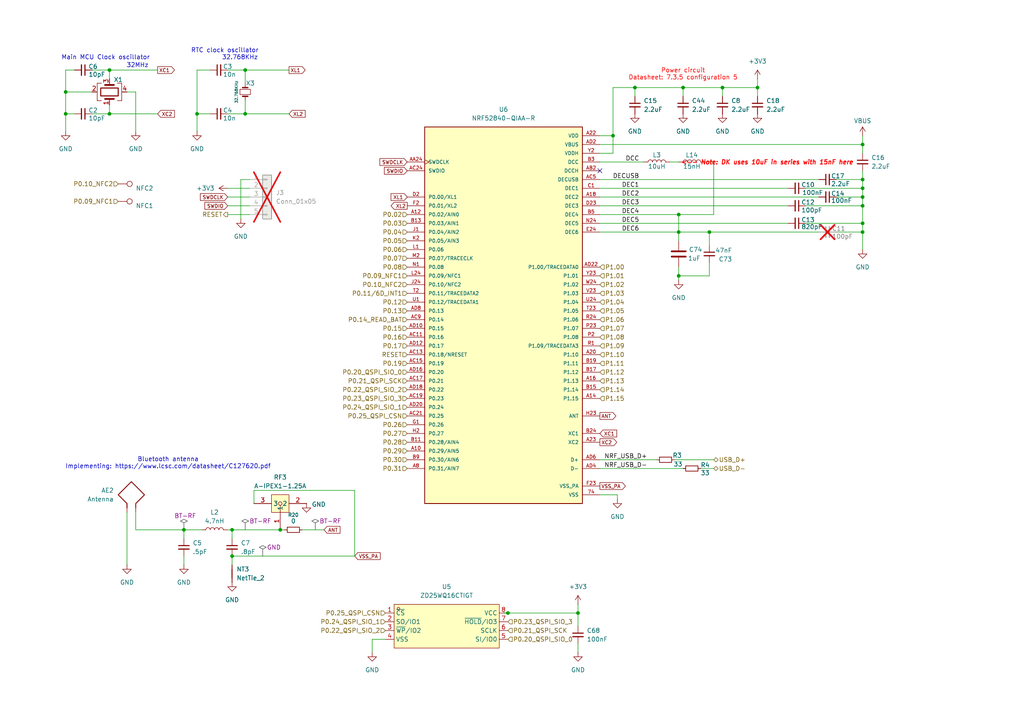
<source format=kicad_sch>
(kicad_sch (version 20250114) (generator "eeschema") (generator_version "9.0")
  (paper "A4")
  (title_block (title "Bornhack 2026") (rev "0.1") (company "Badge.Team"))
  (lib_symbols
    (symbol "Connector:TestPoint" (pin_numbers (hide yes)) (pin_names (offset 0.762) (hide yes))
      (property "Reference" "TP" (at 0 6.858 0))
      (property "Value" "TestPoint" (at 0 5.08 0))
      (symbol "TestPoint_0_1"
        (circle (center 0 3.302) (radius 0.762))
      )
      (symbol "TestPoint_1_1"
        (pin passive line (at 0 0 90) (length 2.54) (name "1") (number "1"))
      )
    )
    (symbol "Connector_Generic:Conn_01x05" (pin_names (offset 1.016) (hide yes))
      (property "Reference" "J" (at 0 7.62 0))
      (property "Value" "Conn_01x05" (at 0 -7.62 0))
      (symbol "Conn_01x05_1_1"
        (rectangle (start -1.27 6.35) (end 1.27 -6.35) (stroke (width 0.254)) (fill (type background)))
        (rectangle (start -1.27 5.207) (end 0 4.953) (stroke (width 0.1524)))
        (rectangle (start -1.27 2.667) (end 0 2.413) (stroke (width 0.1524)))
        (rectangle (start -1.27 0.127) (end 0 -0.127) (stroke (width 0.1524)))
        (rectangle (start -1.27 -2.413) (end 0 -2.667) (stroke (width 0.1524)))
        (rectangle (start -1.27 -4.953) (end 0 -5.207) (stroke (width 0.1524)))
        (pin passive line (at -5.08 5.08 0) (length 3.81) (name "Pin_1") (number "1"))
        (pin passive line (at -5.08 2.54 0) (length 3.81) (name "Pin_2") (number "2"))
        (pin passive line (at -5.08 0 0) (length 3.81) (name "Pin_3") (number "3"))
        (pin passive line (at -5.08 -2.54 0) (length 3.81) (name "Pin_4") (number "4"))
        (pin passive line (at -5.08 -5.08 0) (length 3.81) (name "Pin_5") (number "5"))
      )
    )
    (symbol "Device:Antenna_Loop" (pin_numbers (hide yes)) (pin_names (offset 1.016) (hide yes))
      (property "Reference" "AE" (at 1.27 6.35 0))
      (property "Value" "Antenna_Loop" (at 1.27 5.08 0))
      (symbol "Antenna_Loop_0_1"
        (polyline (pts (xy 2.54 -3.81) (xy 2.54 -2.54) (xy 5.08 0) (xy 1.27 3.81) (xy -2.54 0) (xy 0 -2.54) (xy 0 -3.81)) (stroke (width 0.254)))
      )
      (symbol "Antenna_Loop_1_1"
        (pin input line (at 0 -5.08 90) (length 2.54) (name "~") (number "1"))
        (pin input line (at 2.54 -5.08 90) (length 2.54) (name "~") (number "2"))
      )
    )
    (symbol "Device:C_Small" (pin_numbers (hide yes)) (pin_names (offset 0.254) (hide yes))
      (property "Reference" "C" (at 0.254 1.778 0))
      (property "Value" "C_Small" (at 0.254 -2.032 0))
      (symbol "C_Small_0_1"
        (polyline (pts (xy -1.524 0.508) (xy 1.524 0.508)) (stroke (width 0.3048)))
        (polyline (pts (xy -1.524 -0.508) (xy 1.524 -0.508)) (stroke (width 0.3302)))
      )
      (symbol "C_Small_1_1"
        (pin passive line (at 0 2.54 270) (length 2.032) (name "~") (number "1"))
        (pin passive line (at 0 -2.54 90) (length 2.032) (name "~") (number "2"))
      )
    )
    (symbol "Device:Crystal_GND24" (pin_names (offset 1.016) (hide yes))
      (property "Reference" "Y" (at 3.175 5.08 0))
      (property "Value" "Crystal_GND24" (at 3.175 3.175 0))
      (symbol "Crystal_GND24_0_1"
        (polyline (pts (xy -2.54 2.286) (xy -2.54 3.556) (xy 2.54 3.556) (xy 2.54 2.286)))
        (polyline (pts (xy -2.54 0) (xy -2.032 0)))
        (polyline (pts (xy -2.54 -2.286) (xy -2.54 -3.556) (xy 2.54 -3.556) (xy 2.54 -2.286)))
        (polyline (pts (xy -2.032 -1.27) (xy -2.032 1.27)) (stroke (width 0.508)))
        (rectangle (start -1.143 2.54) (end 1.143 -2.54) (stroke (width 0.3048)))
        (polyline (pts (xy 0 3.556) (xy 0 3.81)))
        (polyline (pts (xy 0 -3.81) (xy 0 -3.556)))
        (polyline (pts (xy 2.032 0) (xy 2.54 0)))
        (polyline (pts (xy 2.032 -1.27) (xy 2.032 1.27)) (stroke (width 0.508)))
      )
      (symbol "Crystal_GND24_1_1"
        (pin passive line (at -3.81 0 0) (length 1.27) (name "1") (number "1"))
        (pin passive line (at 0 5.08 270) (length 1.27) (name "2") (number "2"))
        (pin passive line (at 0 -5.08 90) (length 1.27) (name "4") (number "4"))
        (pin passive line (at 3.81 0 180) (length 1.27) (name "3") (number "3"))
      )
    )
    (symbol "Device:L" (pin_numbers (hide yes)) (pin_names (offset 1.016) (hide yes))
      (property "Reference" "L" (at -1.27 0 90))
      (property "Value" "L" (at 1.905 0 90))
      (symbol "L_0_1"
        (arc (start 0 2.54) (mid 0.6323 1.905) (end 0 1.27))
        (arc (start 0 1.27) (mid 0.6323 0.635) (end 0 0))
        (arc (start 0 0) (mid 0.6323 -0.635) (end 0 -1.27))
        (arc (start 0 -1.27) (mid 0.6323 -1.905) (end 0 -2.54))
      )
      (symbol "L_1_1"
        (pin passive line (at 0 3.81 270) (length 1.27) (name "1") (number "1"))
        (pin passive line (at 0 -3.81 90) (length 1.27) (name "2") (number "2"))
      )
    )
    (symbol "Device:NetTie_2" (pin_numbers (hide yes)) (pin_names (offset 0) (hide yes)) (in_bom no)
      (property "Reference" "NT" (at 0 1.27 0))
      (property "Value" "NetTie_2" (at 0 -1.27 0))
      (symbol "NetTie_2_0_1"
        (polyline (pts (xy -1.27 0) (xy 1.27 0)) (stroke (width 0.254)))
      )
      (symbol "NetTie_2_1_1"
        (pin passive line (at -2.54 0 0) (length 2.54) (name "1") (number "1"))
        (pin passive line (at 2.54 0 180) (length 2.54) (name "2") (number "2"))
      )
    )
    (symbol "Device:R_Small" (pin_numbers (hide yes)) (pin_names (offset 0.254) (hide yes))
      (property "Reference" "R" (at 0 0 90))
      (property "Value" "R_Small" (at 1.778 0 90))
      (symbol "R_Small_0_1"
        (rectangle (start -0.762 1.778) (end 0.762 -1.778) (stroke (width 0.2032)))
      )
      (symbol "R_Small_1_1"
        (pin passive line (at 0 2.54 270) (length 0.762) (name "~") (number "1"))
        (pin passive line (at 0 -2.54 90) (length 0.762) (name "~") (number "2"))
      )
    )
    (symbol "NRF52840-QIAA-R:NRF52840-QIAA-R" (pin_names (offset 1.016))
      (property "Reference" "U" (at -22.86 53.34 0))
      (property "Value" "NRF52840-QIAA-R" (at -22.86 -58.42 0))
      (symbol "NRF52840-QIAA-R_0_0"
        (rectangle (start -22.86 -55.88) (end 22.86 53.34) (stroke (width 0.254)) (fill (type background)))
        (pin input clock (at -27.94 43.18 0) (length 5.08) (name "SWDCLK") (number "AA24"))
        (pin bidirectional line (at -27.94 40.64 0) (length 5.08) (name "SWDIO") (number "AC24"))
        (pin bidirectional line (at -27.94 33.02 0) (length 5.08) (name "P0.00/XL1") (number "D2"))
        (pin bidirectional line (at -27.94 30.48 0) (length 5.08) (name "P0.01/XL2") (number "F2"))
        (pin bidirectional line (at -27.94 27.94 0) (length 5.08) (name "P0.02/AIN0") (number "A12"))
        (pin bidirectional line (at -27.94 25.4 0) (length 5.08) (name "P0.03/AIN1") (number "B13"))
        (pin bidirectional line (at -27.94 22.86 0) (length 5.08) (name "P0.04/AIN2") (number "J1"))
        (pin bidirectional line (at -27.94 20.32 0) (length 5.08) (name "P0.05/AIN3") (number "K2"))
        (pin bidirectional line (at -27.94 17.78 0) (length 5.08) (name "P0.06") (number "L1"))
        (pin bidirectional line (at -27.94 15.24 0) (length 5.08) (name "P0.07/TRACECLK") (number "M2"))
        (pin bidirectional line (at -27.94 12.7 0) (length 5.08) (name "P0.08") (number "N1"))
        (pin bidirectional line (at -27.94 10.16 0) (length 5.08) (name "P0.09/NFC1") (number "L24"))
        (pin bidirectional line (at -27.94 7.62 0) (length 5.08) (name "P0.10/NFC2") (number "J24"))
        (pin bidirectional line (at -27.94 5.08 0) (length 5.08) (name "P0.11/TRACEDATA2") (number "T2"))
        (pin bidirectional line (at -27.94 2.54 0) (length 5.08) (name "P0.12/TRACEDATA1") (number "U1"))
        (pin bidirectional line (at -27.94 0 0) (length 5.08) (name "P0.13") (number "AD8"))
        (pin bidirectional line (at -27.94 -2.54 0) (length 5.08) (name "P0.14") (number "AC9"))
        (pin bidirectional line (at -27.94 -5.08 0) (length 5.08) (name "P0.15") (number "AD10"))
        (pin bidirectional line (at -27.94 -7.62 0) (length 5.08) (name "P0.16") (number "AC11"))
        (pin bidirectional line (at -27.94 -10.16 0) (length 5.08) (name "P0.17") (number "AD12"))
        (pin bidirectional line (at -27.94 -12.7 0) (length 5.08) (name "P0.18/NRESET") (number "AC13"))
        (pin bidirectional line (at -27.94 -15.24 0) (length 5.08) (name "P0.19") (number "AC15"))
        (pin bidirectional line (at -27.94 -17.78 0) (length 5.08) (name "P0.20") (number "AD16"))
        (pin bidirectional line (at -27.94 -20.32 0) (length 5.08) (name "P0.21") (number "AC17"))
        (pin bidirectional line (at -27.94 -22.86 0) (length 5.08) (name "P0.22") (number "AD18"))
        (pin bidirectional line (at -27.94 -25.4 0) (length 5.08) (name "P0.23") (number "AC19"))
        (pin bidirectional line (at -27.94 -27.94 0) (length 5.08) (name "P0.24") (number "AD20"))
        (pin bidirectional line (at -27.94 -30.48 0) (length 5.08) (name "P0.25") (number "AC21"))
        (pin bidirectional line (at -27.94 -33.02 0) (length 5.08) (name "P0.26") (number "G1"))
        (pin bidirectional line (at -27.94 -35.56 0) (length 5.08) (name "P0.27") (number "H2"))
        (pin bidirectional line (at -27.94 -38.1 0) (length 5.08) (name "P0.28/AIN4") (number "B11"))
        (pin bidirectional line (at -27.94 -40.64 0) (length 5.08) (name "P0.29/AIN5") (number "A10"))
        (pin bidirectional line (at -27.94 -43.18 0) (length 5.08) (name "P0.30/AIN6") (number "B9"))
        (pin bidirectional line (at -27.94 -45.72 0) (length 5.08) (name "P0.31/AIN7") (number "A8"))
        (pin power_in line (at 27.94 50.8 180) (length 5.08) (name "VDD") (number "A22"))
        (pin power_in line (at 27.94 50.8 180) (length 5.08) (hide yes) (name "VDD") (number "AD14"))
        (pin power_in line (at 27.94 50.8 180) (length 5.08) (hide yes) (name "VDD") (number "AD23"))
        (pin power_in line (at 27.94 50.8 180) (length 5.08) (hide yes) (name "VDD") (number "B1"))
        (pin power_in line (at 27.94 50.8 180) (length 5.08) (hide yes) (name "VDD") (number "W1"))
        (pin power_in line (at 27.94 48.26 180) (length 5.08) (name "VBUS") (number "AD2"))
        (pin power_in line (at 27.94 45.72 180) (length 5.08) (name "VDDH") (number "Y2"))
        (pin power_in line (at 27.94 43.18 180) (length 5.08) (name "DCC") (number "B3"))
        (pin power_in line (at 27.94 40.64 180) (length 5.08) (name "DCCH") (number "AB2"))
        (pin power_in line (at 27.94 38.1 180) (length 5.08) (name "DECUSB") (number "AC5"))
        (pin power_in line (at 27.94 35.56 180) (length 5.08) (name "DEC1") (number "C1"))
        (pin power_in line (at 27.94 33.02 180) (length 5.08) (name "DEC2") (number "A18"))
        (pin power_in line (at 27.94 30.48 180) (length 5.08) (name "DEC3") (number "D23"))
        (pin power_in line (at 27.94 27.94 180) (length 5.08) (name "DEC4") (number "B5"))
        (pin power_in line (at 27.94 25.4 180) (length 5.08) (name "DEC5") (number "N24"))
        (pin power_in line (at 27.94 22.86 180) (length 5.08) (name "DEC6") (number "E24"))
        (pin bidirectional line (at 27.94 12.7 180) (length 5.08) (name "P1.00/TRACEDATA0") (number "AD22"))
        (pin bidirectional line (at 27.94 10.16 180) (length 5.08) (name "P1.01") (number "Y23"))
        (pin bidirectional line (at 27.94 7.62 180) (length 5.08) (name "P1.02") (number "W24"))
        (pin bidirectional line (at 27.94 5.08 180) (length 5.08) (name "P1.03") (number "V23"))
        (pin bidirectional line (at 27.94 2.54 180) (length 5.08) (name "P1.04") (number "U24"))
        (pin bidirectional line (at 27.94 0 180) (length 5.08) (name "P1.05") (number "T23"))
        (pin bidirectional line (at 27.94 -2.54 180) (length 5.08) (name "P1.06") (number "R24"))
        (pin bidirectional line (at 27.94 -5.08 180) (length 5.08) (name "P1.07") (number "P23"))
        (pin bidirectional line (at 27.94 -7.62 180) (length 5.08) (name "P1.08") (number "P2"))
        (pin bidirectional line (at 27.94 -10.16 180) (length 5.08) (name "P1.09/TRACEDATA3") (number "R1"))
        (pin bidirectional line (at 27.94 -12.7 180) (length 5.08) (name "P1.10") (number "A20"))
        (pin bidirectional line (at 27.94 -15.24 180) (length 5.08) (name "P1.11") (number "B19"))
        (pin bidirectional line (at 27.94 -17.78 180) (length 5.08) (name "P1.12") (number "B17"))
        (pin bidirectional line (at 27.94 -20.32 180) (length 5.08) (name "P1.13") (number "A16"))
        (pin bidirectional line (at 27.94 -22.86 180) (length 5.08) (name "P1.14") (number "B15"))
        (pin bidirectional line (at 27.94 -25.4 180) (length 5.08) (name "P1.15") (number "A14"))
        (pin passive line (at 27.94 -30.48 180) (length 5.08) (name "ANT") (number "H23"))
        (pin input line (at 27.94 -35.56 180) (length 5.08) (name "XC1") (number "B24"))
        (pin input line (at 27.94 -38.1 180) (length 5.08) (name "XC2") (number "A23"))
        (pin bidirectional line (at 27.94 -43.18 180) (length 5.08) (name "D+") (number "AD6"))
        (pin bidirectional line (at 27.94 -45.72 180) (length 5.08) (name "D-") (number "AD4"))
        (pin power_in line (at 27.94 -50.8 180) (length 5.08) (name "VSS_PA") (number "F23"))
        (pin power_in line (at 27.94 -53.34 180) (length 5.08) (name "VSS") (number "74"))
        (pin power_in line (at 27.94 -53.34 180) (length 5.08) (hide yes) (name "VSS") (number "B7"))
      )
    )
    (symbol "lcsc:A-IPEX1-1.25A"
      (property "Reference" "RF" (at 0 10.16 0))
      (property "Value" "A-IPEX1-1.25A" (at 0 -7.62 0))
      (symbol "A-IPEX1-1.25A_0_1"
        (rectangle (start -2.54 0) (end 2.54 -5.08) (fill (type background)))
        (polyline (pts (xy 0 -2.03) (xy 0 0)))
        (circle (center 0 -2.54) (radius 0.51))
        (pin unspecified line (at -7.62 -2.54 0) (length 5.08) (name "2") (number "2"))
        (pin unspecified line (at 0 5.08 270) (length 5.08) (name "1") (number "1"))
        (pin unspecified line (at 7.62 -2.54 180) (length 5.08) (name "3") (number "3"))
      )
    )
    (symbol "lcsc:ZD25WQ16CTIGT"
      (property "Reference" "U" (at 0 8.89 0))
      (property "Value" "ZD25WQ16CTIGT" (at 0 -8.89 0))
      (symbol "ZD25WQ16CTIGT_0_1"
        (rectangle (start -15.24 6.35) (end 15.24 -6.35) (fill (type background)))
        (circle (center -13.97 5.08) (radius 0.38))
        (pin unspecified line (at -17.78 3.81 0) (length 2.54) (name "~{CS}") (number "1"))
        (pin unspecified line (at -17.78 1.27 0) (length 2.54) (name "SO/IO1") (number "2"))
        (pin unspecified line (at -17.78 -1.27 0) (length 2.54) (name "~{WP}/IO2") (number "3"))
        (pin unspecified line (at -17.78 -3.81 0) (length 2.54) (name "VSS") (number "4"))
        (pin unspecified line (at 17.78 3.81 180) (length 2.54) (name "VCC") (number "8"))
        (pin unspecified line (at 17.78 1.27 180) (length 2.54) (name "~{HOLD}/IO3") (number "7"))
        (pin unspecified line (at 17.78 -1.27 180) (length 2.54) (name "SCLK") (number "6"))
        (pin unspecified line (at 17.78 -3.81 180) (length 2.54) (name "SI/IO0") (number "5"))
      )
    )
    (symbol "power:+3V3" (power) (pin_numbers (hide yes)) (pin_names (offset 0) (hide yes))
      (property "Value" "+3V3" (at 0 3.556 0))
      (symbol "+3V3_0_1"
        (polyline (pts (xy -0.762 1.27) (xy 0 2.54)))
        (polyline (pts (xy 0 2.54) (xy 0.762 1.27)))
        (polyline (pts (xy 0 0) (xy 0 2.54)))
      )
      (symbol "+3V3_1_1"
        (pin power_in line (at 0 0 90) (length 0) (name "~") (number "1"))
      )
    )
    (symbol "power:GND" (power) (pin_numbers (hide yes)) (pin_names (offset 0) (hide yes))
      (property "Value" "GND" (at 0 -3.81 0))
      (symbol "GND_0_1"
        (polyline (pts (xy 0 0) (xy 0 -1.27) (xy 1.27 -1.27) (xy 0 -2.54) (xy -1.27 -1.27) (xy 0 -1.27)))
      )
      (symbol "GND_1_1"
        (pin power_in line (at 0 0 270) (length 0) (name "~") (number "1"))
      )
    )
    (symbol "power:VBUS" (power) (pin_numbers (hide yes)) (pin_names (offset 0) (hide yes))
      (property "Value" "VBUS" (at 0 3.556 0))
      (symbol "VBUS_0_1"
        (polyline (pts (xy -0.762 1.27) (xy 0 2.54)))
        (polyline (pts (xy 0 2.54) (xy 0.762 1.27)))
        (polyline (pts (xy 0 0) (xy 0 2.54)))
      )
      (symbol "VBUS_1_1"
        (pin power_in line (at 0 0 90) (length 0) (name "~") (number "1"))
      )
    )
    (symbol "symbols:C" (pin_numbers (hide yes)) (pin_names (offset 0.254))
      (property "Reference" "C" (at 0.635 2.54 0))
      (property "Value" "C" (at 0.635 -2.54 0))
      (symbol "C_0_1"
        (polyline (pts (xy -2.032 0.762) (xy 2.032 0.762)) (stroke (width 0.508)))
        (polyline (pts (xy -2.032 -0.762) (xy 2.032 -0.762)) (stroke (width 0.508)))
      )
      (symbol "C_1_1"
        (pin passive line (at 0 3.81 270) (length 2.794) (name "~") (number "1"))
        (pin passive line (at 0 -3.81 90) (length 2.794) (name "~") (number "2"))
      )
    )
    (symbol "symbols:Crystal_Small" (pin_numbers (hide yes)) (pin_names (offset 1.016) (hide yes))
      (property "Reference" "Y" (at 0 2.54 0))
      (property "Value" "Crystal_Small" (at 0 -2.54 0))
      (symbol "Crystal_Small_0_1"
        (polyline (pts (xy -1.27 -0.762) (xy -1.27 0.762)) (stroke (width 0.381)))
        (rectangle (start -0.762 -1.524) (end 0.762 1.524))
        (polyline (pts (xy 1.27 -0.762) (xy 1.27 0.762)) (stroke (width 0.381)))
      )
      (symbol "Crystal_Small_1_1"
        (pin passive line (at -2.54 0 0) (length 1.27) (name "1") (number "1"))
        (pin passive line (at 2.54 0 180) (length 1.27) (name "2") (number "2"))
      )
    )
  )
  (text "32MHz" (at 39.878 19.05 0) (effects (font (size 1.27 1.27))))
  (text "RTC clock oscillator" (at 55.372 14.732 0) (effects (font (size 1.27 1.27)) (justify left)))
  (text "32.768KHz" (at 69.596 16.764 0) (effects (font (size 1.27 1.27))))
  (text "Bluetooth antenna\nImplementing: https://www.lcsc.com/datasheet/C127620.pdf" (at 48.768 134.366 0) (effects (font (size 1.27 1.27))))
  (text "<-- Note: DK uses 10uF in series with 15nF here" (at 222.504 47.244 0) (effects (font (size 1.27 1.27) (thickness 0.254) (bold yes) (italic yes))))
  (text "Main MCU Clock oscillator" (at 17.78 16.764 0) (effects (font (size 1.27 1.27)) (justify left)))
  (text "Power circuit\nDatasheet: 7.3.5 configuration 5" (at 198.12 21.59 0) (effects (font (size 1.27 1.27) (thickness 0.1588))))
  (junction (at 31.75 20.32))
  (junction (at 205.74 67.31))
  (junction (at 53.34 153.67))
  (junction (at 81.28 153.67))
  (junction (at 196.85 80.01))
  (junction (at 177.8 39.37))
  (junction (at 147.32 177.8))
  (junction (at 184.15 25.4))
  (junction (at 71.12 20.32))
  (junction (at 67.31 153.67))
  (junction (at 19.05 33.02))
  (junction (at 250.19 64.77))
  (junction (at 71.12 33.02))
  (junction (at 167.64 177.8))
  (junction (at 196.85 67.31))
  (junction (at 198.12 25.4))
  (junction (at 209.55 25.4))
  (junction (at 219.71 25.4))
  (junction (at 250.19 57.15))
  (junction (at 250.19 41.91))
  (junction (at 57.15 33.02))
  (junction (at 250.19 52.07))
  (junction (at 250.19 67.31))
  (junction (at 19.05 26.67))
  (junction (at 31.75 33.02))
  (junction (at 250.19 59.69))
  (junction (at 196.85 62.23))
  (junction (at 250.19 54.61))
  (junction (at 67.31 161.29))
  (no_connect (at 173.99 49.53))
  (wire (pts (xy 66.04 57.15) (xy 72.39 57.15)))
  (wire (pts (xy 57.15 20.32) (xy 60.96 20.32)))
  (wire (pts (xy 173.99 46.99) (xy 186.69 46.99)))
  (wire (pts (xy 250.19 64.77) (xy 250.19 67.31)))
  (wire (pts (xy 219.71 25.4) (xy 209.55 25.4)))
  (wire (pts (xy 173.99 133.35) (xy 190.5 133.35)))
  (wire (pts (xy 250.19 44.45) (xy 250.19 41.91)))
  (wire (pts (xy 71.12 20.32) (xy 71.12 24.13)))
  (wire (pts (xy 173.99 57.15) (xy 237.49 57.15)))
  (wire (pts (xy 205.74 76.2) (xy 205.74 80.01)))
  (wire (pts (xy 250.19 67.31) (xy 250.19 72.39)))
  (wire (pts (xy 81.28 153.67) (xy 82.55 153.67)))
  (wire (pts (xy 53.34 161.29) (xy 53.34 163.83)))
  (wire (pts (xy 167.64 186.69) (xy 167.64 189.23)))
  (wire (pts (xy 73.66 142.24) (xy 73.66 146.05)))
  (wire (pts (xy 173.99 143.51) (xy 179.07 143.51)))
  (wire (pts (xy 250.19 57.15) (xy 250.19 59.69)))
  (wire (pts (xy 71.12 33.02) (xy 83.82 33.02)))
  (wire (pts (xy 167.64 175.26) (xy 167.64 177.8)))
  (wire (pts (xy 250.19 59.69) (xy 250.19 64.77)))
  (wire (pts (xy 219.71 22.86) (xy 219.71 25.4)))
  (wire (pts (xy 66.04 153.67) (xy 67.31 153.67)))
  (wire (pts (xy 250.19 49.53) (xy 250.19 52.07)))
  (wire (pts (xy 196.85 81.28) (xy 196.85 80.01)))
  (wire (pts (xy 173.99 39.37) (xy 177.8 39.37)))
  (wire (pts (xy 21.59 20.32) (xy 19.05 20.32)))
  (wire (pts (xy 19.05 33.02) (xy 19.05 38.1)))
  (wire (pts (xy 205.74 67.31) (xy 237.49 67.31)))
  (wire (pts (xy 204.47 46.99) (xy 207.01 46.99)))
  (wire (pts (xy 177.8 39.37) (xy 177.8 44.45)))
  (wire (pts (xy 102.87 142.24) (xy 102.87 161.29)))
  (wire (pts (xy 19.05 33.02) (xy 21.59 33.02)))
  (wire (pts (xy 36.83 26.67) (xy 39.37 26.67)))
  (wire (pts (xy 57.15 33.02) (xy 60.96 33.02)))
  (wire (pts (xy 196.85 69.85) (xy 196.85 67.31)))
  (wire (pts (xy 19.05 26.67) (xy 19.05 33.02)))
  (wire (pts (xy 67.31 161.29) (xy 67.31 163.83)))
  (wire (pts (xy 242.57 52.07) (xy 250.19 52.07)))
  (wire (pts (xy 179.07 143.51) (xy 179.07 144.78)))
  (wire (pts (xy 36.83 148.59) (xy 36.83 163.83)))
  (wire (pts (xy 66.04 33.02) (xy 71.12 33.02)))
  (wire (pts (xy 26.67 26.67) (xy 19.05 26.67)))
  (wire (pts (xy 57.15 33.02) (xy 57.15 38.1)))
  (wire (pts (xy 173.99 67.31) (xy 196.85 67.31)))
  (wire (pts (xy 173.99 44.45) (xy 177.8 44.45)))
  (wire (pts (xy 198.12 25.4) (xy 184.15 25.4)))
  (wire (pts (xy 219.71 27.94) (xy 219.71 25.4)))
  (wire (pts (xy 69.85 52.07) (xy 69.85 63.5)))
  (wire (pts (xy 209.55 27.94) (xy 209.55 25.4)))
  (wire (pts (xy 250.19 54.61) (xy 250.19 57.15)))
  (wire (pts (xy 71.12 29.21) (xy 71.12 33.02)))
  (wire (pts (xy 242.57 57.15) (xy 250.19 57.15)))
  (wire (pts (xy 107.95 185.42) (xy 107.95 189.23)))
  (wire (pts (xy 31.75 20.32) (xy 45.72 20.32)))
  (wire (pts (xy 173.99 135.89) (xy 198.12 135.89)))
  (wire (pts (xy 31.75 22.86) (xy 31.75 20.32)))
  (wire (pts (xy 67.31 153.67) (xy 67.31 156.21)))
  (wire (pts (xy 184.15 27.94) (xy 184.15 25.4)))
  (wire (pts (xy 196.85 80.01) (xy 205.74 80.01)))
  (wire (pts (xy 233.68 59.69) (xy 250.19 59.69)))
  (wire (pts (xy 233.68 64.77) (xy 250.19 64.77)))
  (wire (pts (xy 53.34 153.67) (xy 53.34 156.21)))
  (wire (pts (xy 39.37 26.67) (xy 39.37 38.1)))
  (wire (pts (xy 173.99 54.61) (xy 228.6 54.61)))
  (wire (pts (xy 73.66 142.24) (xy 102.87 142.24)))
  (wire (pts (xy 71.12 20.32) (xy 83.82 20.32)))
  (wire (pts (xy 205.74 67.31) (xy 205.74 71.12)))
  (wire (pts (xy 66.04 54.61) (xy 72.39 54.61)))
  (wire (pts (xy 173.99 62.23) (xy 196.85 62.23)))
  (wire (pts (xy 194.31 46.99) (xy 196.85 46.99)))
  (wire (pts (xy 147.32 177.8) (xy 167.64 177.8)))
  (wire (pts (xy 87.63 153.67) (xy 93.98 153.67)))
  (wire (pts (xy 107.95 185.42) (xy 111.76 185.42)))
  (wire (pts (xy 173.99 52.07) (xy 237.49 52.07)))
  (wire (pts (xy 69.85 52.07) (xy 72.39 52.07)))
  (wire (pts (xy 39.37 153.67) (xy 53.34 153.67)))
  (wire (pts (xy 209.55 25.4) (xy 198.12 25.4)))
  (wire (pts (xy 19.05 20.32) (xy 19.05 26.67)))
  (wire (pts (xy 195.58 133.35) (xy 207.01 133.35)))
  (wire (pts (xy 203.2 135.89) (xy 207.01 135.89)))
  (wire (pts (xy 173.99 41.91) (xy 250.19 41.91)))
  (wire (pts (xy 66.04 59.69) (xy 72.39 59.69)))
  (wire (pts (xy 146.05 177.8) (xy 147.32 177.8)))
  (wire (pts (xy 39.37 148.59) (xy 39.37 153.67)))
  (wire (pts (xy 31.75 33.02) (xy 45.72 33.02)))
  (wire (pts (xy 242.57 67.31) (xy 250.19 67.31)))
  (wire (pts (xy 66.04 20.32) (xy 71.12 20.32)))
  (wire (pts (xy 196.85 67.31) (xy 205.74 67.31)))
  (wire (pts (xy 57.15 20.32) (xy 57.15 33.02)))
  (wire (pts (xy 66.04 62.23) (xy 72.39 62.23)))
  (wire (pts (xy 31.75 30.48) (xy 31.75 33.02)))
  (wire (pts (xy 196.85 62.23) (xy 196.85 67.31)))
  (wire (pts (xy 250.19 52.07) (xy 250.19 54.61)))
  (wire (pts (xy 67.31 153.67) (xy 81.28 153.67)))
  (wire (pts (xy 177.8 25.4) (xy 177.8 39.37)))
  (wire (pts (xy 196.85 80.01) (xy 196.85 77.47)))
  (wire (pts (xy 26.67 20.32) (xy 31.75 20.32)))
  (wire (pts (xy 26.67 33.02) (xy 31.75 33.02)))
  (wire (pts (xy 67.31 161.29) (xy 102.87 161.29)))
  (wire (pts (xy 207.01 46.99) (xy 207.01 62.23)))
  (wire (pts (xy 198.12 27.94) (xy 198.12 25.4)))
  (wire (pts (xy 173.99 64.77) (xy 228.6 64.77)))
  (wire (pts (xy 53.34 153.67) (xy 58.42 153.67)))
  (wire (pts (xy 167.64 177.8) (xy 167.64 181.61)))
  (wire (pts (xy 233.68 54.61) (xy 250.19 54.61)))
  (wire (pts (xy 250.19 39.37) (xy 250.19 41.91)))
  (wire (pts (xy 173.99 59.69) (xy 228.6 59.69)))
  (wire (pts (xy 207.01 62.23) (xy 196.85 62.23)))
  (wire (pts (xy 177.8 25.4) (xy 184.15 25.4)))
  (label "DEC5" (at 185.42 64.77 180))
  (label "DEC4" (at 185.42 62.23 180))
  (label "NRF_USB_D+" (at 175.26 133.35 0))
  (label "NRF_USB_D-" (at 175.26 135.89 0))
  (label "DCC" (at 185.42 46.99 180))
  (label "DEC3" (at 185.42 59.69 180))
  (label "DEC1" (at 185.42 54.61 180))
  (label "DEC2" (at 185.42 57.15 180))
  (label "DECUSB" (at 185.42 52.07 180))
  (label "DEC6" (at 185.42 67.31 180))
  (global_label "XL1" (shape output) (at 83.82 20.32 0) (effects (font (size 1.016 1.016))) (property "Intersheetrefs" "${INTERSHEET_REFS}" (effects (hide yes))))
  (global_label "ANT" (shape output) (at 173.99 120.65 0) (effects (font (size 1.016 1.016))) (property "Intersheetrefs" "${INTERSHEET_REFS}" (effects (hide yes))))
  (global_label "SWDIO" (shape input) (at 118.11 49.53 180) (effects (font (size 1.016 1.016))) (property "Intersheetrefs" "${INTERSHEET_REFS}" (effects (hide yes))))
  (global_label "XL2" (shape output) (at 118.11 59.69 180) (effects (font (size 1.016 1.016))) (property "Intersheetrefs" "${INTERSHEET_REFS}" (effects (hide yes))))
  (global_label "XL2" (shape input) (at 83.82 33.02 0) (effects (font (size 1.016 1.016))) (property "Intersheetrefs" "${INTERSHEET_REFS}" (effects (hide yes))))
  (global_label "XC2" (shape input) (at 45.72 33.02 0) (effects (font (size 1.016 1.016))) (property "Intersheetrefs" "${INTERSHEET_REFS}" (effects (hide yes))))
  (global_label "ANT" (shape input) (at 93.98 153.67 0) (effects (font (size 1.016 1.016))) (property "Intersheetrefs" "${INTERSHEET_REFS}" (effects (hide yes))))
  (global_label "XC2" (shape output) (at 173.99 128.27 0) (effects (font (size 1.016 1.016))) (property "Intersheetrefs" "${INTERSHEET_REFS}" (effects (hide yes))))
  (global_label "VSS_PA" (shape input) (at 102.87 161.29 0) (effects (font (size 1.016 1.016))) (property "Intersheetrefs" "${INTERSHEET_REFS}" (effects (hide yes))))
  (global_label "SWDCLK" (shape input) (at 118.11 46.99 180) (effects (font (size 1.016 1.016))) (property "Intersheetrefs" "${INTERSHEET_REFS}" (effects (hide yes))))
  (global_label "SWDCLK" (shape input) (at 66.04 57.15 180) (effects (font (size 1.016 1.016))) (property "Intersheetrefs" "${INTERSHEET_REFS}" (effects (hide yes))))
  (global_label "XL1" (shape input) (at 118.11 57.15 180) (effects (font (size 1.016 1.016))) (property "Intersheetrefs" "${INTERSHEET_REFS}" (effects (hide yes))))
  (global_label "XC1" (shape input) (at 173.99 125.73 0) (effects (font (size 1.016 1.016))) (property "Intersheetrefs" "${INTERSHEET_REFS}" (effects (hide yes))))
  (global_label "SWDIO" (shape input) (at 66.04 59.69 180) (effects (font (size 1.016 1.016))) (property "Intersheetrefs" "${INTERSHEET_REFS}" (effects (hide yes))))
  (global_label "XC1" (shape output) (at 45.72 20.32 0) (effects (font (size 1.016 1.016))) (property "Intersheetrefs" "${INTERSHEET_REFS}" (effects (hide yes))))
  (global_label "VSS_PA" (shape output) (at 173.99 140.97 0) (effects (font (size 1.016 1.016))) (property "Intersheetrefs" "${INTERSHEET_REFS}" (effects (hide yes))))
  (hierarchical_label "P1.08" (shape input) (at 173.99 97.79 0))
  (hierarchical_label "P1.00" (shape input) (at 173.99 77.47 0))
  (hierarchical_label "P0.10_NFC2" (shape input) (at 118.11 82.55 180))
  (hierarchical_label "USB_D+" (shape bidirectional) (at 207.01 133.35 0))
  (hierarchical_label "P0.07" (shape input) (at 118.11 74.93 180))
  (hierarchical_label "USB_D-" (shape bidirectional) (at 207.01 135.89 0))
  (hierarchical_label "P0.17" (shape input) (at 118.11 100.33 180))
  (hierarchical_label "P0.15" (shape input) (at 118.11 95.25 180))
  (hierarchical_label "P0.16" (shape input) (at 118.11 97.79 180))
  (hierarchical_label "P0.13" (shape input) (at 118.11 90.17 180))
  (hierarchical_label "P0.14_READ_BAT" (shape input) (at 118.11 92.71 180))
  (hierarchical_label "RESET" (shape output) (at 66.04 62.23 180))
  (hierarchical_label "P1.12" (shape input) (at 173.99 107.95 0))
  (hierarchical_label "P1.07" (shape input) (at 173.99 95.25 0))
  (hierarchical_label "P0.23_QSPI_SIO_3" (shape input) (at 118.11 115.57 180))
  (hierarchical_label "P0.26" (shape input) (at 118.11 123.19 180))
  (hierarchical_label "P1.03" (shape input) (at 173.99 85.09 0))
  (hierarchical_label "P0.21_QSPI_SCK" (shape input) (at 118.11 110.49 180))
  (hierarchical_label "P1.13" (shape input) (at 173.99 110.49 0))
  (hierarchical_label "P0.22_QSPI_SIO_2" (shape input) (at 118.11 113.03 180))
  (hierarchical_label "P0.20_QSPI_SIO_0" (shape input) (at 147.32 185.42 0))
  (hierarchical_label "P0.30" (shape input) (at 118.11 133.35 180))
  (hierarchical_label "P1.06" (shape input) (at 173.99 92.71 0))
  (hierarchical_label "P0.23_QSPI_SIO_3" (shape input) (at 147.32 180.34 0))
  (hierarchical_label "P1.14" (shape input) (at 173.99 113.03 0))
  (hierarchical_label "P1.04" (shape input) (at 173.99 87.63 0))
  (hierarchical_label "P1.15" (shape input) (at 173.99 115.57 0))
  (hierarchical_label "P0.06" (shape input) (at 118.11 72.39 180))
  (hierarchical_label "P1.09" (shape input) (at 173.99 100.33 0))
  (hierarchical_label "P1.02" (shape input) (at 173.99 82.55 0))
  (hierarchical_label "P0.19" (shape input) (at 118.11 105.41 180))
  (hierarchical_label "P0.12" (shape input) (at 118.11 87.63 180))
  (hierarchical_label "P0.04" (shape input) (at 118.11 67.31 180))
  (hierarchical_label "P0.03" (shape input) (at 118.11 64.77 180))
  (hierarchical_label "RESET" (shape input) (at 118.11 102.87 180))
  (hierarchical_label "P0.02" (shape input) (at 118.11 62.23 180))
  (hierarchical_label "P0.25_QSPI_CSN" (shape input) (at 118.11 120.65 180))
  (hierarchical_label "P0.11{slash}6D_INT1" (shape input) (at 118.11 85.09 180))
  (hierarchical_label "P0.31" (shape input) (at 118.11 135.89 180))
  (hierarchical_label "P0.08" (shape input) (at 118.11 77.47 180))
  (hierarchical_label "P0.05" (shape input) (at 118.11 69.85 180))
  (hierarchical_label "P0.29" (shape input) (at 118.11 130.81 180))
  (hierarchical_label "P0.25_QSPI_CSN" (shape input) (at 111.76 177.8 180))
  (hierarchical_label "P0.10_NFC2" (shape input) (at 34.29 53.34 180))
  (hierarchical_label "P1.01" (shape input) (at 173.99 80.01 0))
  (hierarchical_label "P0.24_QSPI_SIO_1" (shape input) (at 111.76 180.34 180))
  (hierarchical_label "P1.10" (shape input) (at 173.99 102.87 0))
  (hierarchical_label "P0.09_NFC1" (shape input) (at 118.11 80.01 180))
  (hierarchical_label "P0.28" (shape input) (at 118.11 128.27 180))
  (hierarchical_label "P0.27" (shape input) (at 118.11 125.73 180))
  (hierarchical_label "P0.20_QSPI_SIO_0" (shape input) (at 118.11 107.95 180))
  (hierarchical_label "P1.05" (shape input) (at 173.99 90.17 0))
  (hierarchical_label "P0.21_QSPI_SCK" (shape input) (at 147.32 182.88 0))
  (hierarchical_label "P0.24_QSPI_SIO_1" (shape input) (at 118.11 118.11 180))
  (hierarchical_label "P1.11" (shape input) (at 173.99 105.41 0))
  (hierarchical_label "P0.09_NFC1" (shape input) (at 34.29 58.42 180))
  (hierarchical_label "P0.22_QSPI_SIO_2" (shape input) (at 111.76 182.88 180))
  (netclass_flag "" (length 2.54) (shape diamond) (at 71.12 153.67 0) (property "Netclass" "BT-RF" (at 72.3265 151.13 0) (effects (justify left))))
  (netclass_flag "" (length 2.54) (shape diamond) (at 76.2 161.29 0) (property "Netclass" "GND" (at 77.4065 158.75 0) (effects (justify left))))
  (netclass_flag "" (length 2.54) (shape diamond) (at 91.44 153.67 0) (property "Netclass" "BT-RF" (at 92.6465 151.13 0) (effects (justify left))))
  (netclass_flag "" (length 2.54) (shape diamond) (at 53.34 153.67 0) (property "Netclass" "BT-RF" (at 50.546 149.606 0) (effects (justify left))))
  (symbol (lib_id "power:GND") (at 107.95 189.23 0) (unit 1)
    (property "Reference" "#PWR070" (effects (hide yes)))
    (property "Value" "GND" (at 107.95 194.31 0))
    (property "Description" "Power symbol creates a global label with name \"GND\" , ground" (effects (hide yes)))
  )
  (symbol (lib_id "Device:C_Small") (at 63.5 20.32 90) (unit 1)
    (property "Reference" "C3" (at 66.04 19.304 90))
    (property "Value" "10n" (at 66.548 21.59 90))
    (property "Footprint" "Capacitor_SMD:C_0402_1005Metric" (effects (hide yes)))
    (property "Datasheet" "https://jlcpcb.com/partdetail/1876-0402B103K500NT/C1524" (effects (hide yes)))
    (property "Description" "Unpolarized capacitor, small symbol" (effects (hide yes)))
    (property "LCSC" "C1524" (effects (hide yes)))
  )
  (symbol (lib_id "Device:R_Small") (at 193.04 133.35 90) (unit 1)
    (property "Reference" "R3" (at 195.072 132.08 90) (effects (justify right)))
    (property "Value" "33" (at 195.326 134.62 90) (effects (justify right)))
    (property "Footprint" "Resistor_SMD:R_0402_1005Metric" (effects (hide yes)))
    (property "Datasheet" "https://jlcpcb.com/partdetail/25848-0402WGF330JTCE/C25105" (effects (hide yes)))
    (property "Description" "Resistor, small symbol" (effects (hide yes)))
    (property "LCSC" "C25105" (effects (hide yes)))
  )
  (symbol (lib_id "Device:L") (at 190.5 46.99 270) (mirror x) (unit 1)
    (property "Reference" "L3" (at 190.5 44.958 90))
    (property "Value" "10uH" (at 190.5 48.26 90))
    (property "Footprint" "Inductor_SMD:L_0603_1608Metric" (effects (hide yes)))
    (property "Datasheet" "https://jlcpcb.com/partdetail/TDK-MLZ1608N100LT000/C194437" (effects (hide yes)))
    (property "Description" "Inductor" (effects (hide yes)))
    (property "LCSC" "C194437" (effects (hide yes)))
  )
  (symbol (lib_id "power:+3V3") (at 167.64 175.26 0) (unit 1)
    (property "Reference" "#PWR069" (effects (hide yes)))
    (property "Value" "+3V3" (at 167.64 170.18 0))
    (property "Description" "Power symbol creates a global label with name \"+3V3\"" (effects (hide yes)))
  )
  (symbol (lib_id "Device:C_Small") (at 231.14 59.69 270) (mirror x) (unit 1)
    (property "Reference" "C12" (at 232.41 58.674 90) (effects (justify left)))
    (property "Value" "100pF" (at 232.41 60.96 90) (effects (justify left)))
    (property "Footprint" "Capacitor_SMD:C_0402_1005Metric" (effects (hide yes)))
    (property "Datasheet" "https://jlcpcb.com/partdetail/1898-0402CG101J500NT/C1546" (effects (hide yes)))
    (property "Description" "Unpolarized capacitor, small symbol" (effects (hide yes)))
    (property "LCSC" "C1546" (effects (hide yes)))
  )
  (symbol (lib_id "Device:C_Small") (at 240.03 67.31 270) (mirror x) (unit 1) (in_bom no) (dnp yes)
    (property "Reference" "C11" (at 241.3 66.294 90) (effects (justify left)))
    (property "Value" "100pF" (at 241.3 68.58 90) (effects (justify left)))
    (property "Footprint" "Capacitor_SMD:C_0402_1005Metric" (effects (hide yes)))
    (property "Datasheet" "https://jlcpcb.com/partdetail/1898-0402CG101J500NT/C1546" (effects (hide yes)))
    (property "Description" "Unpolarized capacitor, small symbol" (effects (hide yes)))
    (property "LCSC" "C1546" (effects (hide yes)))
  )
  (symbol (lib_id "power:GND") (at 196.85 81.28 0) (mirror y) (unit 1)
    (property "Reference" "#PWR020" (effects (hide yes)))
    (property "Value" "GND" (at 196.85 86.36 0))
    (property "Description" "Power symbol creates a global label with name \"GND\" , ground" (effects (hide yes)))
  )
  (symbol (lib_id "symbols:C") (at 196.85 73.66 180) (unit 1)
    (property "Reference" "C74" (at 203.708 72.39 0) (effects (justify left)))
    (property "Value" "1uF" (at 203.2 74.93 0) (effects (justify left)))
    (property "Footprint" "Capacitor_SMD:C_0603_1608Metric" (effects (hide yes)))
    (property "Datasheet" "https://jlcpcb.com/partdetail/5885909-CL10B105KB8NQNC/C5199872" (effects (hide yes)))
    (property "LCSC" "C5199872" (effects (hide yes)))
  )
  (symbol (lib_id "power:GND") (at 39.37 38.1 0) (unit 1)
    (property "Reference" "#PWR013" (effects (hide yes)))
    (property "Value" "GND" (at 39.37 43.18 0))
    (property "Description" "Power symbol creates a global label with name \"GND\" , ground" (effects (hide yes)))
  )
  (symbol (lib_id "power:GND") (at 88.9 146.05 0) (unit 1)
    (property "Reference" "#PWR015" (effects (hide yes)))
    (property "Value" "GND" (at 92.456 146.304 0))
    (property "Description" "Power symbol creates a global label with name \"GND\" , ground" (effects (hide yes)))
  )
  (symbol (lib_id "Device:L") (at 200.66 46.99 270) (mirror x) (unit 1)
    (property "Reference" "L14" (at 200.66 44.958 90))
    (property "Value" "15nH" (at 200.66 48.26 90))
    (property "Footprint" "Inductor_SMD:L_0402_1005Metric" (effects (hide yes)))
    (property "Datasheet" "https://jlcpcb.com/partdetail/Sunlord-SDCL1005C15NJTDF/C27143" (effects (hide yes)))
    (property "Description" "Inductor" (effects (hide yes)))
    (property "LCSC" "C27143" (effects (hide yes)))
  )
  (symbol (lib_id "Device:C_Small") (at 240.03 57.15 270) (unit 1)
    (property "Reference" "C14" (at 241.046 56.134 90) (effects (justify left)))
    (property "Value" "100nF" (at 241.046 58.166 90) (effects (justify left)))
    (property "Footprint" "Capacitor_SMD:C_0402_1005Metric" (effects (hide yes)))
    (property "Datasheet" "https://jlcpcb.com/partdetail/1877-CL05B104KO5NNNC/C1525" (effects (hide yes)))
    (property "Description" "Unpolarized capacitor, small symbol" (effects (hide yes)))
    (property "LCSC" "C1525" (effects (hide yes)))
  )
  (symbol (lib_id "Device:C_Small") (at 240.03 52.07 90) (unit 1)
    (property "Reference" "C17" (at 241.046 51.054 90) (effects (justify right)))
    (property "Value" "2.2uF" (at 241.046 53.34 90) (effects (justify right)))
    (property "Footprint" "Capacitor_SMD:C_0402_1005Metric" (effects (hide yes)))
    (property "Datasheet" "https://jlcpcb.com/partdetail/13164-CL05A225MQ5NSNC/C12530" (effects (hide yes)))
    (property "Description" "Unpolarized capacitor, small symbol" (effects (hide yes)))
    (property "LCSC" "C12530" (effects (hide yes)))
  )
  (symbol (lib_id "power:GND") (at 250.19 72.39 0) (unit 1)
    (property "Reference" "#PWR031" (effects (hide yes)))
    (property "Value" "GND" (at 250.19 77.47 0))
    (property "Description" "Power symbol creates a global label with name \"GND\" , ground" (effects (hide yes)))
  )
  (symbol (lib_id "Device:C_Small") (at 184.15 30.48 0) (unit 1)
    (property "Reference" "C15" (at 186.69 29.2162 0) (effects (justify left)))
    (property "Value" "2.2uF" (at 186.69 31.7562 0) (effects (justify left)))
    (property "Footprint" "Capacitor_SMD:C_0402_1005Metric" (effects (hide yes)))
    (property "Datasheet" "https://jlcpcb.com/partdetail/13164-CL05A225MQ5NSNC/C12530" (effects (hide yes)))
    (property "Description" "Unpolarized capacitor, small symbol" (effects (hide yes)))
    (property "LCSC" "C12530" (effects (hide yes)))
  )
  (symbol (lib_id "Connector_Generic:Conn_01x05") (at 77.47 57.15 0) (unit 1) (dnp yes)
    (property "Reference" "J3" (at 80.01 55.8799 0) (effects (justify left)))
    (property "Value" "Conn_01x05" (at 80.01 58.4199 0) (effects (justify left)))
    (property "Footprint" "Connector_PinHeader_2.54mm:PinHeader_1x05_P2.54mm_Vertical" (effects (hide yes)))
    (property "Description" "Generic connector, single row, 01x05, script generated (kicad-library-utils/schlib/autogen/connector/)" (effects (hide yes)))
    (property "pin1" "GND" (effects (hide yes)))
    (property "pin2" "3V3" (effects (hide yes)))
    (property "pin3" "SWDCLK" (effects (hide yes)))
    (property "pin4" "SWDIO" (effects (hide yes)))
    (property "pin5" "RSTN" (effects (hide yes)))
  )
  (symbol (lib_id "NRF52840-QIAA-R:NRF52840-QIAA-R") (at 146.05 90.17 0) (unit 1)
    (property "Reference" "U6" (at 146.05 31.75 0))
    (property "Value" "NRF52840-QIAA-R" (at 146.05 34.29 0))
    (property "Footprint" "lcsc:XCVR_NRF52840-QIAA-R" (effects (hide yes)))
    (property "Datasheet" "https://jlcpcb.com/partdetail/NordicSemicon-NRF52840_QIAAR/C190794" (effects (hide yes)))
    (property "Description" "-95dBm 1.7V~5.5V 2.4GHz 2.4GHz~2.4835GHz 2Mbps 4.82mA 6.26mA 8dBm SPI ZigBee transceiver AQFN-73-EP(7x7) RF Transceiver ICs ROHS" (effects (hide yes)))
    (property "MF" "Nordic" (effects (hide yes)))
    (property "MAXIMUM_PACKAGE_HEIGHT" "0.85 mm" (effects (hide yes)))
    (property "Package" "VFQFN-73 Nordic" (effects (hide yes)))
    (property "MP" "NRF52840-QIAA-R" (effects (hide yes)))
    (property "MANUFACTURER" "Nordic" (effects (hide yes)))
    (property "LCSC" "C190794" (effects (hide yes)))
  )
  (symbol (lib_id "power:GND") (at 19.05 38.1 0) (unit 1)
    (property "Reference" "#PWR011" (effects (hide yes)))
    (property "Value" "GND" (at 19.05 43.18 0))
    (property "Description" "Power symbol creates a global label with name \"GND\" , ground" (effects (hide yes)))
  )
  (symbol (lib_id "Device:Crystal_GND24") (at 31.75 26.67 90) (unit 1)
    (property "Reference" "X1" (at 34.29 23.114 90))
    (property "Value" "S201632M10PF10PPM" (effects (hide yes)))
    (property "Footprint" "lcsc:CRYSTAL-SMD_4P-L2.0-W1.6-BL" (effects (hide yes)))
    (property "Datasheet" "https://jlcpcb.com/partdetail/SST-S201632M10PF10PPM/C7420782" (effects (hide yes)))
    (property "Description" "Four pin crystal, GND on pins 2 and 4" (effects (hide yes)))
    (property "LCSC Part" "C7420782" (effects (hide yes)))
    (property "LCSC" "C7420782" (effects (hide yes)))
  )
  (symbol (lib_id "power:+3V3") (at 219.71 22.86 0) (unit 1)
    (property "Reference" "#PWR027" (effects (hide yes)))
    (property "Value" "+3V3" (at 219.71 17.78 0))
    (property "Description" "Power symbol creates a global label with name \"+3V3\"" (effects (hide yes)))
  )
  (symbol (lib_id "lcsc:A-IPEX1-1.25A") (at 81.28 148.59 180) (unit 1)
    (property "Reference" "RF3" (at 81.28 138.43 0))
    (property "Value" "A-IPEX1-1.25A" (at 81.28 140.97 0))
    (property "Footprint" "lcsc:IPEX-SMD_3P-L2.6-W2.6-LS3.0_RF1200001R" (effects (hide yes)))
    (property "Datasheet" "https://jlcpcb.com/partdetail/MyAntenna-A_IPEX1_125A/C22467595" (effects (hide yes)))
    (property "Description" "1 1.25mm 2mm 50Ω 6GHz Board Side IPEX Male Pin SMD Coaxial Connectors (RF) ROHS" (effects (hide yes)))
    (property "LCSC Part" "C22467595" (effects (hide yes)))
    (property "LCSC" "C22467595" (effects (hide yes)))
  )
  (symbol (lib_id "lcsc:ZD25WQ16CTIGT") (at 129.54 181.61 0) (unit 1)
    (property "Reference" "U5" (at 129.54 170.18 0))
    (property "Value" "ZD25WQ16CTIGT" (at 129.54 172.72 0))
    (property "Footprint" "lcsc:SOIC-8_L4.9-W3.9-P1.27-LS6.0-BL" (effects (hide yes)))
    (property "Datasheet" "https://jlcpcb.com/partdetail/Zetta-ZD25WQ16CTIGT/C5353550" (effects (hide yes)))
    (property "LCSC Part" "C5353550" (effects (hide yes)))
    (property "LCSC" "C5353550" (effects (hide yes)))
  )
  (symbol (lib_id "Device:C_Small") (at 67.31 158.75 0) (unit 1)
    (property "Reference" "C7" (at 69.85 157.4862 0) (effects (justify left)))
    (property "Value" ".8pF" (at 69.85 160.0262 0) (effects (justify left)))
    (property "Footprint" "Capacitor_SMD:C_0402_1005Metric" (effects (hide yes)))
    (property "Datasheet" "https://jlcpcb.com/partdetail/270493-0402CG0R8B500NT/C285068" (effects (hide yes)))
    (property "Description" "Unpolarized capacitor, small symbol" (effects (hide yes)))
    (property "LCSC" "C285068" (effects (hide yes)))
  )
  (symbol (lib_id "Device:C_Small") (at 63.5 33.02 90) (unit 1)
    (property "Reference" "C4" (at 66.04 32.004 90))
    (property "Value" "10n" (at 66.548 34.29 90))
    (property "Footprint" "Capacitor_SMD:C_0402_1005Metric" (effects (hide yes)))
    (property "Datasheet" "https://jlcpcb.com/partdetail/1876-0402B103K500NT/C1524" (effects (hide yes)))
    (property "Description" "Unpolarized capacitor, small symbol" (effects (hide yes)))
    (property "LCSC" "C1524" (effects (hide yes)))
  )
  (symbol (lib_id "power:GND") (at 67.31 168.91 0) (unit 1)
    (property "Reference" "#PWR014" (effects (hide yes)))
    (property "Value" "GND" (at 67.31 173.99 0))
    (property "Description" "Power symbol creates a global label with name \"GND\" , ground" (effects (hide yes)))
  )
  (symbol (lib_id "Connector:TestPoint") (at 34.29 53.34 270) (unit 1) (in_bom no)
    (property "Reference" "TP5" (effects (hide yes)))
    (property "Value" "NFC2" (at 39.37 54.6099 90) (effects (justify left)))
    (property "Footprint" "TestPoint:TestPoint_Pad_D1.0mm" (effects (hide yes)))
    (property "Description" "test point" (effects (hide yes)))
  )
  (symbol (lib_id "power:GND") (at 179.07 144.78 0) (unit 1)
    (property "Reference" "#PWR025" (effects (hide yes)))
    (property "Value" "GND" (at 179.07 149.86 0))
    (property "Description" "Power symbol creates a global label with name \"GND\" , ground" (effects (hide yes)))
  )
  (symbol (lib_id "power:GND") (at 53.34 163.83 0) (unit 1)
    (property "Reference" "#PWR012" (effects (hide yes)))
    (property "Value" "GND" (at 53.34 168.91 0))
    (property "Description" "Power symbol creates a global label with name \"GND\" , ground" (effects (hide yes)))
  )
  (symbol (lib_id "power:+3V3") (at 66.04 54.61 90) (unit 1)
    (property "Reference" "#PWR077" (effects (hide yes)))
    (property "Value" "+3V3" (at 62.23 54.6099 90) (effects (justify left)))
    (property "Description" "Power symbol creates a global label with name \"+3V3\"" (effects (hide yes)))
  )
  (symbol (lib_id "Device:NetTie_2") (at 67.31 166.37 90) (unit 1) (in_bom no)
    (property "Reference" "NT3" (at 68.58 165.0999 90) (effects (justify right)))
    (property "Value" "NetTie_2" (at 68.58 167.6399 90) (effects (justify right)))
    (property "Footprint" "NetTie:NetTie-2_SMD_Pad0.5mm" (effects (hide yes)))
    (property "Description" "Net tie, 2 pins" (effects (hide yes)))
  )
  (symbol (lib_id "Connector:TestPoint") (at 34.29 58.42 270) (unit 1) (in_bom no)
    (property "Reference" "TP6" (effects (hide yes)))
    (property "Value" "NFC1" (at 39.37 59.6899 90) (effects (justify left)))
    (property "Footprint" "TestPoint:TestPoint_Pad_D1.0mm" (effects (hide yes)))
    (property "Description" "test point" (effects (hide yes)))
  )
  (symbol (lib_id "Device:R_Small") (at 200.66 135.89 90) (unit 1)
    (property "Reference" "R4" (at 203.2 134.874 90) (effects (justify right)))
    (property "Value" "33" (at 203.2 137.16 90) (effects (justify right)))
    (property "Footprint" "Resistor_SMD:R_0402_1005Metric" (effects (hide yes)))
    (property "Datasheet" "https://jlcpcb.com/partdetail/25848-0402WGF330JTCE/C25105" (effects (hide yes)))
    (property "Description" "Resistor, small symbol" (effects (hide yes)))
    (property "LCSC" "C25105" (effects (hide yes)))
  )
  (symbol (lib_id "Device:C_Small") (at 53.34 158.75 0) (unit 1)
    (property "Reference" "C5" (at 55.88 157.4862 0) (effects (justify left)))
    (property "Value" ".5pF" (at 55.88 160.0262 0) (effects (justify left)))
    (property "Footprint" "Capacitor_SMD:C_0402_1005Metric" (effects (hide yes)))
    (property "Datasheet" "https://jlcpcb.com/partdetail/1896-0402CG0R5C500NT/C1544" (effects (hide yes)))
    (property "Description" "Unpolarized capacitor, small symbol" (effects (hide yes)))
    (property "LCSC" "C1544" (effects (hide yes)))
  )
  (symbol (lib_id "Device:C_Small") (at 231.14 64.77 270) (mirror x) (unit 1)
    (property "Reference" "C13" (at 232.41 63.754 90) (effects (justify left)))
    (property "Value" "820pF" (at 232.41 65.786 90) (effects (justify left)))
    (property "Footprint" "Capacitor_SMD:C_0402_1005Metric" (effects (hide yes)))
    (property "Datasheet" "https://jlcpcb.com/partdetail/1895-0402B821K500NT/C1543" (effects (hide yes)))
    (property "Description" "Unpolarized capacitor, small symbol" (effects (hide yes)))
    (property "LCSC" "C1543" (effects (hide yes)))
  )
  (symbol (lib_id "power:VBUS") (at 250.19 39.37 0) (unit 1)
    (property "Reference" "#PWR029" (effects (hide yes)))
    (property "Value" "VBUS" (at 250.19 35.052 0))
    (property "Description" "Power symbol creates a global label with name \"VBUS\"" (effects (hide yes)))
  )
  (symbol (lib_id "Device:C_Small") (at 219.71 30.48 0) (unit 1)
    (property "Reference" "C18" (at 222.25 29.2162 0) (effects (justify left)))
    (property "Value" "2.2uF" (at 222.25 31.7562 0) (effects (justify left)))
    (property "Footprint" "Capacitor_SMD:C_0402_1005Metric" (effects (hide yes)))
    (property "Datasheet" "https://jlcpcb.com/partdetail/13164-CL05A225MQ5NSNC/C12530" (effects (hide yes)))
    (property "Description" "Unpolarized capacitor, small symbol" (effects (hide yes)))
    (property "LCSC" "C12530" (effects (hide yes)))
  )
  (symbol (lib_id "Device:C_Small") (at 24.13 20.32 270) (unit 1)
    (property "Reference" "C6" (at 25.654 19.304 90) (effects (justify left)))
    (property "Value" "10pF" (at 25.654 21.59 90) (effects (justify left)))
    (property "Footprint" "Capacitor_SMD:C_0402_1005Metric" (effects (hide yes)))
    (property "Datasheet" "https://jlcpcb.com/partdetail/33914-CL05C100JB5NNNC/C32949" (effects (hide yes)))
    (property "Description" "Unpolarized capacitor, small symbol" (effects (hide yes)))
    (property "LCSC" "C32949" (effects (hide yes)))
  )
  (symbol (lib_id "Device:Antenna_Loop") (at 39.37 143.51 0) (mirror y) (unit 1)
    (property "Reference" "AE2" (at 33.02 142.2399 0) (effects (justify left)))
    (property "Value" "Antenna" (at 33.02 144.7799 0) (effects (justify left)))
    (property "Footprint" "RF_Antenna:Texas_SWRA117D_2.4GHz_Left" (effects (hide yes)))
    (property "Description" "Loop antenna" (effects (hide yes)))
  )
  (symbol (lib_id "power:GND") (at 57.15 38.1 0) (unit 1)
    (property "Reference" "#PWR09" (effects (hide yes)))
    (property "Value" "GND" (at 57.15 43.18 0))
    (property "Description" "Power symbol creates a global label with name \"GND\" , ground" (effects (hide yes)))
  )
  (symbol (lib_id "Device:C_Small") (at 250.19 46.99 0) (unit 1)
    (property "Reference" "C16" (at 252.73 45.7262 0) (effects (justify left)))
    (property "Value" "2.2uF" (at 252.73 48.2662 0) (effects (justify left)))
    (property "Footprint" "Capacitor_SMD:C_0402_1005Metric" (effects (hide yes)))
    (property "Datasheet" "https://jlcpcb.com/partdetail/13164-CL05A225MQ5NSNC/C12530" (effects (hide yes)))
    (property "Description" "Unpolarized capacitor, small symbol" (effects (hide yes)))
    (property "LCSC" "C12530" (effects (hide yes)))
  )
  (symbol (lib_id "power:GND") (at 69.85 63.5 0) (unit 1)
    (property "Reference" "#PWR08" (effects (hide yes)))
    (property "Value" "GND" (at 69.85 68.58 0))
    (property "Description" "Power symbol creates a global label with name \"GND\" , ground" (effects (hide yes)))
  )
  (symbol (lib_id "Device:L") (at 62.23 153.67 90) (unit 1)
    (property "Reference" "L2" (at 62.23 148.59 90))
    (property "Value" "4.7nH" (at 62.23 151.13 90))
    (property "Footprint" "Inductor_SMD:L_0402_1005Metric" (effects (hide yes)))
    (property "Datasheet" "https://jlcpcb.com/partdetail/HYHONGYEX-HBLS10054N7S/C963987" (effects (hide yes)))
    (property "Description" "Inductor" (effects (hide yes)))
    (property "LCSC" "C963987" (effects (hide yes)))
  )
  (symbol (lib_id "Device:R_Small") (at 85.09 153.67 90) (unit 1)
    (property "Reference" "R20" (at 85.09 149.352 90) (effects (font (size 1.016 1.016))))
    (property "Value" "0" (at 85.09 151.13 90))
    (property "Footprint" "Resistor_SMD:R_0402_1005Metric" (effects (hide yes)))
    (property "Datasheet" "https://jlcpcb.com/partdetail/17853-0402WGF0000TCE/C17168" (effects (hide yes)))
    (property "Description" "Resistor, small symbol" (effects (hide yes)))
    (property "LCSC" "C17168" (effects (hide yes)))
  )
  (symbol (lib_id "Device:C_Small") (at 167.64 184.15 0) (unit 1)
    (property "Reference" "C68" (at 170.18 182.8862 0) (effects (justify left)))
    (property "Value" "100nF" (at 170.18 185.4262 0) (effects (justify left)))
    (property "Footprint" "Capacitor_SMD:C_0402_1005Metric" (effects (hide yes)))
    (property "Datasheet" "https://jlcpcb.com/partdetail/1877-CL05B104KO5NNNC/C1525" (effects (hide yes)))
    (property "Description" "Unpolarized capacitor, small symbol" (effects (hide yes)))
    (property "LCSC" "C1525" (effects (hide yes)))
  )
  (symbol (lib_id "power:GND") (at 209.55 33.02 0) (unit 1)
    (property "Reference" "#PWR018" (effects (hide yes)))
    (property "Value" "GND" (at 209.55 38.1 0))
    (property "Description" "Power symbol creates a global label with name \"GND\" , ground" (effects (hide yes)))
  )
  (symbol (lib_id "power:GND") (at 219.71 33.02 0) (unit 1)
    (property "Reference" "#PWR032" (effects (hide yes)))
    (property "Value" "GND" (at 219.71 38.1 0))
    (property "Description" "Power symbol creates a global label with name \"GND\" , ground" (effects (hide yes)))
  )
  (symbol (lib_id "Device:C_Small") (at 198.12 30.48 0) (unit 1)
    (property "Reference" "C44" (at 200.66 29.2162 0) (effects (justify left)))
    (property "Value" "2.2uF" (at 200.66 31.7562 0) (effects (justify left)))
    (property "Footprint" "Capacitor_SMD:C_0402_1005Metric" (effects (hide yes)))
    (property "Datasheet" "https://jlcpcb.com/partdetail/13164-CL05A225MQ5NSNC/C12530" (effects (hide yes)))
    (property "Description" "Unpolarized capacitor, small symbol" (effects (hide yes)))
    (property "LCSC" "C12530" (effects (hide yes)))
  )
  (symbol (lib_id "Device:C_Small") (at 209.55 30.48 0) (unit 1)
    (property "Reference" "C8" (at 212.09 29.2162 0) (effects (justify left)))
    (property "Value" "2.2uF" (at 212.09 31.7562 0) (effects (justify left)))
    (property "Footprint" "Capacitor_SMD:C_0402_1005Metric" (effects (hide yes)))
    (property "Datasheet" "https://jlcpcb.com/partdetail/13164-CL05A225MQ5NSNC/C12530" (effects (hide yes)))
    (property "Description" "Unpolarized capacitor, small symbol" (effects (hide yes)))
    (property "LCSC" "C12530" (effects (hide yes)))
  )
  (symbol (lib_id "power:GND") (at 198.12 33.02 0) (unit 1)
    (property "Reference" "#PWR016" (effects (hide yes)))
    (property "Value" "GND" (at 198.12 38.1 0))
    (property "Description" "Power symbol creates a global label with name \"GND\" , ground" (effects (hide yes)))
  )
  (symbol (lib_id "power:GND") (at 184.15 33.02 0) (unit 1)
    (property "Reference" "#PWR028" (effects (hide yes)))
    (property "Value" "GND" (at 184.15 38.1 0))
    (property "Description" "Power symbol creates a global label with name \"GND\" , ground" (effects (hide yes)))
  )
  (symbol (lib_id "Device:C_Small") (at 205.74 73.66 0) (unit 1)
    (property "Reference" "C73" (at 212.344 75.184 0) (effects (justify right)))
    (property "Value" "47nF" (at 212.344 72.644 0) (effects (justify right)))
    (property "Footprint" "Capacitor_SMD:C_0402_1005Metric" (effects (hide yes)))
    (property "Datasheet" "https://jlcpcb.com/partdetail/83376-0402B473K500NT/C82219" (effects (hide yes)))
    (property "Description" "Unpolarized capacitor, small symbol" (effects (hide yes)))
    (property "LCSC" "C82219" (effects (hide yes)))
  )
  (symbol (lib_id "Device:C_Small") (at 24.13 33.02 270) (unit 1)
    (property "Reference" "C2" (at 25.654 32.004 90) (effects (justify left)))
    (property "Value" "10pF" (at 25.654 34.29 90) (effects (justify left)))
    (property "Footprint" "Capacitor_SMD:C_0402_1005Metric" (effects (hide yes)))
    (property "Datasheet" "https://jlcpcb.com/partdetail/33914-CL05C100JB5NNNC/C32949" (effects (hide yes)))
    (property "Description" "Unpolarized capacitor, small symbol" (effects (hide yes)))
    (property "LCSC" "C32949" (effects (hide yes)))
  )
  (symbol (lib_id "power:GND") (at 167.64 189.23 0) (unit 1)
    (property "Reference" "#PWR080" (effects (hide yes)))
    (property "Value" "GND" (at 167.64 194.31 0))
    (property "Description" "Power symbol creates a global label with name \"GND\" , ground" (effects (hide yes)))
  )
  (symbol (lib_id "symbols:Crystal_Small") (at 71.12 26.67 270) (unit 1)
    (property "Reference" "X3" (at 73.914 24.13 90) (effects (justify right)))
    (property "Value" "32.768KHz" (at 68.58 29.972 0) (effects (font (size 0.8 0.8)) (justify right)))
    (property "Footprint" "Crystal:Crystal_SMD_3215-2Pin_3.2x1.5mm" (effects (hide yes)))
    (property "Datasheet" "https://datasheet.lcsc.com/lcsc/2303071500_Seiko-Epson-Q13FC1350004900_C95361.pdf" (effects (hide yes)))
    (property "Description" "Q13FC1350004900" (effects (hide yes)))
    (property "LCSC" "C95361" (effects (hide yes)))
  )
  (symbol (lib_id "Device:C_Small") (at 231.14 54.61 270) (mirror x) (unit 1)
    (property "Reference" "C10" (at 232.41 53.594 90) (effects (justify left)))
    (property "Value" "100nF" (at 232.664 55.88 90) (effects (justify left)))
    (property "Footprint" "Capacitor_SMD:C_0402_1005Metric" (effects (hide yes)))
    (property "Datasheet" "https://jlcpcb.com/partdetail/1877-CL05B104KO5NNNC/C1525" (effects (hide yes)))
    (property "Description" "Unpolarized capacitor, small symbol" (effects (hide yes)))
    (property "LCSC" "C1525" (effects (hide yes)))
  )
  (symbol (lib_id "power:GND") (at 36.83 163.83 0) (unit 1)
    (property "Reference" "#PWR010" (effects (hide yes)))
    (property "Value" "GND" (at 36.83 168.91 0))
    (property "Description" "Power symbol creates a global label with name \"GND\" , ground" (effects (hide yes)))
  )
)
</source>
